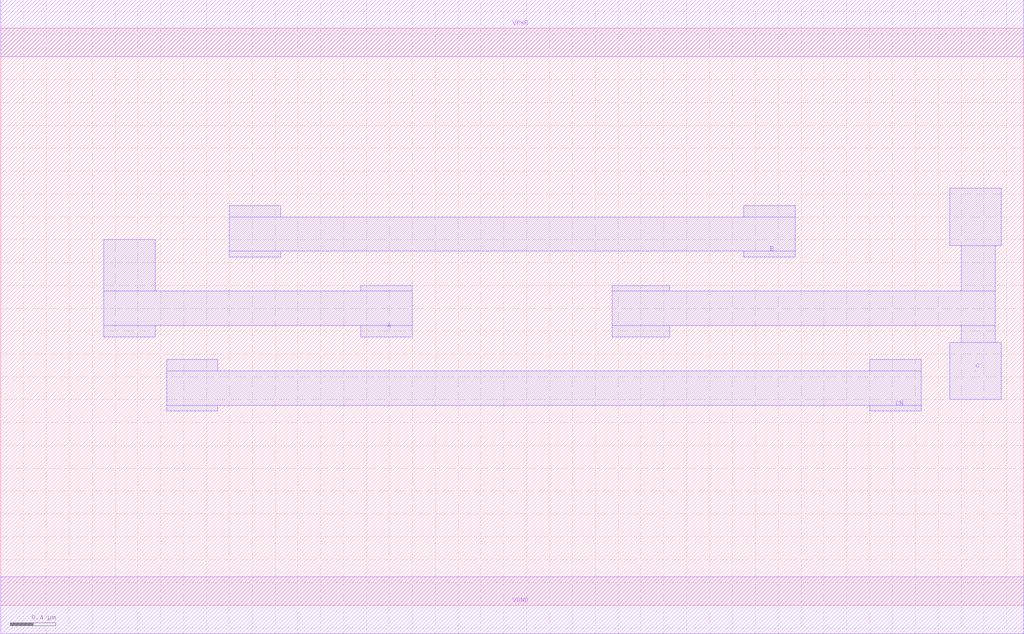
<source format=lef>
VERSION 5.7 ;
  NOWIREEXTENSIONATPIN ON ;
  DIVIDERCHAR "/" ;
  BUSBITCHARS "[]" ;
MACRO ASYNC3
  CLASS CORE ;
  FOREIGN ASYNC3 ;
  ORIGIN 0.000 0.000 ;
  SIZE 8.950 BY 5.050 ;
  SYMMETRY X Y R90 ;
  SITE unit ;
  PIN VPWR
    DIRECTION INOUT ;
    USE POWER ;
    SHAPE ABUTMENT ;
    PORT
      LAYER Metal1 ;
        RECT 0.000 4.800 8.950 5.300 ;
    END
  END VPWR
  PIN VGND
    DIRECTION INOUT ;
    USE GROUND ;
    SHAPE ABUTMENT ;
    PORT
      LAYER Metal1 ;
        RECT 0.000 -0.250 8.950 0.250 ;
    END
  END VGND
  PIN CN
    DIRECTION INOUT ;
    USE SIGNAL ;
    SHAPE ABUTMENT ;
    PORT
      LAYER Metal2 ;
        RECT 1.450 2.050 1.900 2.150 ;
        RECT 7.600 2.050 8.050 2.150 ;
        RECT 1.450 1.750 8.050 2.050 ;
        RECT 1.450 1.700 1.900 1.750 ;
        RECT 7.600 1.700 8.050 1.750 ;
    END
  END CN
  PIN C
    DIRECTION INOUT ;
    USE SIGNAL ;
    SHAPE ABUTMENT ;
    PORT
      LAYER Metal2 ;
        RECT 8.300 3.150 8.750 3.650 ;
        RECT 5.350 2.750 5.850 2.800 ;
        RECT 8.400 2.750 8.700 3.150 ;
        RECT 5.350 2.450 8.700 2.750 ;
        RECT 5.350 2.350 5.850 2.450 ;
        RECT 8.400 2.300 8.700 2.450 ;
        RECT 8.300 1.800 8.750 2.300 ;
    END
  END C
  PIN A
    DIRECTION INOUT ;
    USE SIGNAL ;
    SHAPE ABUTMENT ;
    PORT
      LAYER Metal2 ;
        RECT 0.900 2.750 1.350 3.200 ;
        RECT 3.150 2.750 3.600 2.800 ;
        RECT 0.900 2.450 3.600 2.750 ;
        RECT 0.900 2.350 1.350 2.450 ;
        RECT 3.150 2.350 3.600 2.450 ;
    END
  END A
  PIN B
    DIRECTION INOUT ;
    USE SIGNAL ;
    SHAPE ABUTMENT ;
    PORT
      LAYER Metal2 ;
        RECT 2.000 3.400 2.450 3.500 ;
        RECT 6.500 3.400 6.950 3.500 ;
        RECT 2.000 3.100 6.950 3.400 ;
        RECT 2.000 3.050 2.450 3.100 ;
        RECT 6.500 3.050 6.950 3.100 ;
    END
  END B
END ASYNC3
END LIBRARY


</source>
